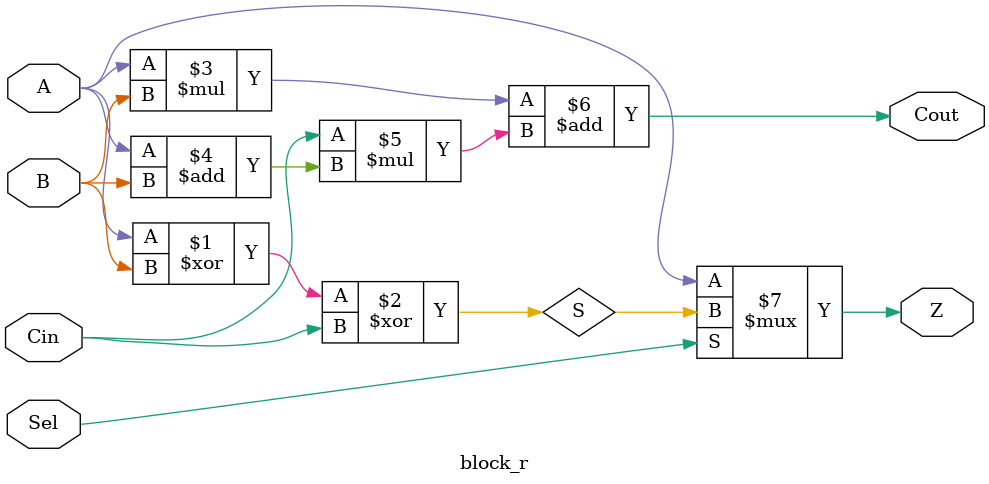
<source format=v>
`timescale 1ns / 1ps

module block_r(
	input wire A,
	input wire B,
	input wire Cin,
	input wire Sel,
	output wire Cout,
	output wire Z
	);

	wire S;

	// adder
	assign S = A^B^Cin;
	assign Cout = A*B+Cin*(A+B);

	// mux
	assign Z = Sel ? S : A;

endmodule

</source>
